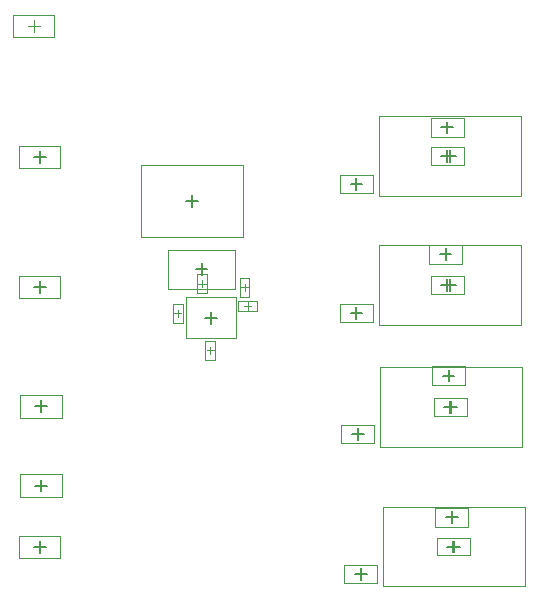
<source format=gbr>
G04 Layer_Color=32768*
%FSLAX26Y26*%
%MOIN*%
%TF.FileFunction,Other,Mechanical_15*%
%TF.Part,Single*%
G01*
G75*
%TA.AperFunction,NonConductor*%
%ADD47C,0.003937*%
%ADD51C,0.005000*%
%ADD55C,0.001968*%
D47*
X267716Y2000000D02*
X307087D01*
X287401Y1980315D02*
Y2019685D01*
D51*
X1343268Y1042520D02*
X1382638D01*
X1362953Y1022835D02*
Y1062205D01*
X1343268Y1473071D02*
X1382638D01*
X1362953Y1453386D02*
Y1492756D01*
X1348268Y639842D02*
X1387638D01*
X1367953Y620157D02*
Y659528D01*
X1358268Y174327D02*
X1397638D01*
X1377953Y154641D02*
Y194012D01*
X311024Y448820D02*
Y488190D01*
X291338Y468504D02*
X330708D01*
X307087Y244095D02*
Y283465D01*
X287401Y263779D02*
X326773D01*
X311024Y712597D02*
Y751967D01*
X291340Y732283D02*
X330710D01*
X307087Y1110235D02*
Y1149605D01*
X287401Y1129921D02*
X326771D01*
X307087Y1543306D02*
Y1582676D01*
X287401Y1562992D02*
X326773D01*
X846457Y1169291D02*
Y1208661D01*
X826772Y1188976D02*
X866142D01*
X814961Y1397638D02*
Y1437008D01*
X795275Y1417323D02*
X834646D01*
X1646417Y1567559D02*
X1685787D01*
X1666102Y1547874D02*
Y1587244D01*
X1646417Y1137008D02*
X1685787D01*
X1666102Y1117323D02*
Y1156693D01*
X1665354Y264878D02*
X1704725D01*
X1685040Y245193D02*
Y284563D01*
X1655354Y730394D02*
X1694724D01*
X1675039Y710709D02*
Y750079D01*
X1654291Y1567559D02*
X1693661D01*
X1673976Y1547874D02*
Y1587244D01*
X1654291Y1137008D02*
X1693661D01*
X1673976Y1117323D02*
Y1156693D01*
X1681102Y343618D02*
Y382988D01*
X1661417Y363303D02*
X1700787D01*
X1660000Y1220315D02*
Y1259685D01*
X1640315Y1240000D02*
X1679685D01*
X858268Y1027559D02*
X897638D01*
X877953Y1007874D02*
Y1047244D01*
X1666102Y1642362D02*
Y1681732D01*
X1646417Y1662047D02*
X1685787D01*
X1670000Y815315D02*
Y854685D01*
X1650315Y835000D02*
X1689685D01*
X1659291Y730394D02*
X1698661D01*
X1678976Y710709D02*
Y750079D01*
X1669291Y264878D02*
X1708661D01*
X1688976Y245192D02*
Y284563D01*
D55*
X832252Y1172496D02*
X863748D01*
X832252Y1109504D02*
X863748D01*
X832252D02*
Y1172496D01*
X863748Y1109504D02*
Y1172496D01*
X848000Y1129189D02*
Y1152811D01*
X836189Y1141000D02*
X859811D01*
X1307835Y1012992D02*
Y1072047D01*
X1418071Y1012992D02*
Y1072047D01*
X1307835Y1012992D02*
X1418071D01*
X1307835Y1072047D02*
X1418071D01*
X1307835Y1443543D02*
Y1502598D01*
X1418071Y1443543D02*
Y1502598D01*
X1307835Y1443543D02*
X1418071D01*
X1307835Y1502598D02*
X1418071D01*
X1312835Y610315D02*
Y669370D01*
X1423071Y610315D02*
Y669370D01*
X1312835Y610315D02*
X1423071D01*
X1312835Y669370D02*
X1423071D01*
X1322835Y144799D02*
Y203854D01*
X1433071Y144799D02*
Y203854D01*
X1322835Y144799D02*
X1433071D01*
X1322835Y203854D02*
X1433071D01*
X242126Y431102D02*
X379922D01*
X242126Y505906D02*
X379922D01*
X242126Y431102D02*
Y505906D01*
X379922Y431102D02*
Y505906D01*
X238189Y301181D02*
X375985D01*
X238189Y226377D02*
X375985D01*
Y301181D01*
X238189Y226377D02*
Y301181D01*
X242126Y769685D02*
X379922D01*
X242126Y694881D02*
X379922D01*
Y769685D01*
X242126Y694881D02*
Y769685D01*
X238189Y1167323D02*
X375985D01*
X238189Y1092519D02*
X375985D01*
Y1167323D01*
X238189Y1092519D02*
Y1167323D01*
Y1525590D02*
X375985D01*
X238189Y1600394D02*
X375985D01*
X238189Y1525590D02*
Y1600394D01*
X375985Y1525590D02*
Y1600394D01*
X734252Y1124016D02*
X958661D01*
X734252Y1253937D02*
X958661D01*
Y1124016D02*
Y1253937D01*
X734252Y1124016D02*
Y1253937D01*
X643701Y1297244D02*
X986220D01*
X643701Y1537401D02*
X986220D01*
Y1297244D02*
Y1537401D01*
X643701Y1297244D02*
Y1537401D01*
X1610984Y1538032D02*
Y1597087D01*
X1721221Y1538032D02*
Y1597087D01*
X1610984D02*
X1721221D01*
X1610984Y1538032D02*
X1721221D01*
X1721220Y1107480D02*
Y1166535D01*
X1610984Y1107480D02*
Y1166535D01*
Y1107480D02*
X1721220D01*
X1610984Y1166535D02*
X1721220D01*
X1629921Y235350D02*
Y294405D01*
X1740158Y235350D02*
Y294405D01*
X1629921D02*
X1740158D01*
X1629921Y235350D02*
X1740158D01*
X1730157Y700866D02*
Y759921D01*
X1619921Y700866D02*
Y759921D01*
Y700866D02*
X1730157D01*
X1619921Y759921D02*
X1730157D01*
X1437756Y1434882D02*
Y1700236D01*
X1910197Y1434882D02*
Y1700236D01*
X1437756Y1434882D02*
X1909803D01*
X1437756Y1700236D02*
X1909803D01*
X1437756Y1004331D02*
Y1269685D01*
X1910197Y1004331D02*
Y1269685D01*
X1437756Y1004331D02*
X1909803D01*
X1437756Y1269685D02*
X1909803D01*
X1625984Y394799D02*
X1736220D01*
X1625984Y331807D02*
X1736220D01*
X1625984D02*
Y394799D01*
X1736220Y331807D02*
Y394799D01*
X1604882Y1271496D02*
X1715118D01*
X1604882Y1208504D02*
X1715118D01*
X1604882D02*
Y1271496D01*
X1715118Y1208504D02*
Y1271496D01*
X1031496Y1051181D02*
Y1082677D01*
X968504Y1051181D02*
Y1082677D01*
Y1051181D02*
X1031496D01*
X968504Y1082677D02*
X1031496D01*
X988189Y1066929D02*
X1011811D01*
X1000000Y1055118D02*
Y1078740D01*
X795276Y958662D02*
Y1096457D01*
X960630Y958662D02*
Y1096457D01*
X795276D02*
X960630D01*
X795276Y958662D02*
X960630D01*
X1610984Y1693543D02*
X1721220D01*
X1610984Y1630551D02*
X1721220D01*
X1610984D02*
Y1693543D01*
X1721220Y1630551D02*
Y1693543D01*
X974252Y1161496D02*
X1005748D01*
X974252Y1098504D02*
X1005748D01*
Y1161496D01*
X974252Y1098504D02*
Y1161496D01*
X990000Y1118189D02*
Y1141811D01*
X978189Y1130000D02*
X1001811D01*
X1614882Y866496D02*
X1725118D01*
X1614882Y803504D02*
X1725118D01*
X1614882D02*
Y866496D01*
X1725118Y803504D02*
Y866496D01*
X1442756Y597716D02*
Y863071D01*
X1915197Y597716D02*
Y863071D01*
X1442756Y597716D02*
X1914803D01*
X1442756Y863071D02*
X1914803D01*
X1452756Y132200D02*
Y397555D01*
X1925197Y132200D02*
Y397555D01*
X1452756Y132200D02*
X1924803D01*
X1452756Y397555D02*
X1924803D01*
X751968Y1074803D02*
X783465D01*
X751968Y1011811D02*
X783465D01*
Y1074803D01*
X751968Y1011811D02*
Y1074803D01*
X767717Y1031496D02*
Y1055118D01*
X755906Y1043307D02*
X779528D01*
X863189Y920000D02*
X886811D01*
X875000Y908189D02*
Y931811D01*
X859252Y888504D02*
Y951496D01*
X890748Y888504D02*
Y951496D01*
X859252Y888504D02*
X890748D01*
X859252Y951496D02*
X890748D01*
X356299Y1962599D02*
Y2037402D01*
X218504Y1962599D02*
Y2037402D01*
X356299D01*
X218504Y1962599D02*
X356299D01*
%TF.MD5,e41e54b0d8ac2e41c90bf478f83bdabb*%
M02*

</source>
